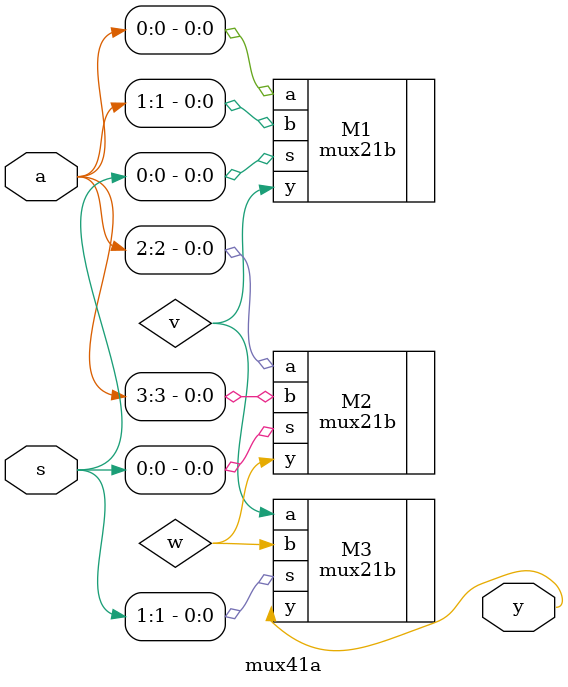
<source format=v>
module mux41a(
  input wire [3:0] a,
  input wire [1:0] s,
  output wire y
);

//internal signals
wire v;  //output of mux M1
wire w;  //output of mux M2

//moudle instantiation
mux21b M1 (.a(a[0]),
	       .b(a[1]),
		   .s(s[0]),
		   .y(v)
);
mux21b M2 (.a(a[2]),
	       .b(a[3]),
		   .s(s[0]),
		   .y(w)
);
mux21b M3 (.a(v),
	       .b(w),
		   .s(s[1]),
		   .y(y)  
);

endmodule
</source>
